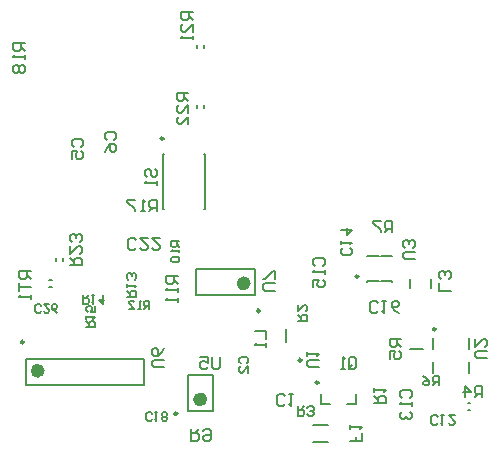
<source format=gbo>
%FSLAX25Y25*%
%MOIN*%
G70*
G01*
G75*
G04 Layer_Color=32896*
%ADD10O,0.00984X0.02559*%
%ADD11O,0.02559X0.00984*%
%ADD12R,0.17716X0.17716*%
%ADD13R,0.02953X0.03543*%
%ADD14R,0.05315X0.03740*%
%ADD15R,0.01575X0.01575*%
%ADD16R,0.00039X0.11811*%
%ADD17R,0.02559X0.06102*%
%ADD18R,0.03543X0.03937*%
%ADD19R,0.03937X0.01378*%
%ADD20R,0.02953X0.09449*%
%ADD21R,0.01969X0.02362*%
%ADD22R,0.02362X0.01969*%
%ADD23C,0.03937*%
%ADD24C,0.00787*%
%ADD25C,0.02000*%
%ADD26C,0.01969*%
%ADD27C,0.01181*%
%ADD28C,0.01000*%
%ADD29C,0.03937*%
%ADD30R,0.02913X0.03937*%
%ADD31R,0.03150X0.04724*%
%ADD32R,0.05079X0.19193*%
%ADD33R,0.03937X0.36142*%
%ADD34R,0.04764X1.00709*%
%ADD35R,0.15590X0.08583*%
%ADD36R,0.04764X0.12598*%
%ADD37R,0.05079X0.12598*%
%ADD38R,0.07992X0.01811*%
G04:AMPARAMS|DCode=39|XSize=18.11mil|YSize=66.44mil|CornerRadius=0mil|HoleSize=0mil|Usage=FLASHONLY|Rotation=124.500|XOffset=0mil|YOffset=0mil|HoleType=Round|Shape=Rectangle|*
%AMROTATEDRECTD39*
4,1,4,0.03251,0.01135,-0.02225,-0.02628,-0.03251,-0.01135,0.02225,0.02628,0.03251,0.01135,0.0*
%
%ADD39ROTATEDRECTD39*%

%ADD40R,0.03500X0.06000*%
%ADD41R,0.04000X0.03870*%
%ADD42R,0.04000X0.03709*%
%ADD43C,0.05906*%
%ADD44R,0.05906X0.05906*%
%ADD45C,0.11811*%
%ADD46C,0.02598*%
%ADD47C,0.03150*%
%ADD48R,0.02559X0.00984*%
%ADD49R,0.03150X0.05512*%
%ADD50R,0.02362X0.04528*%
%ADD51O,0.02362X0.07284*%
%ADD52R,0.03937X0.06496*%
%ADD53R,0.08268X0.05512*%
%ADD54O,0.00984X0.02362*%
%ADD55O,0.05118X0.01772*%
%ADD56R,0.01969X0.00984*%
%ADD57R,0.05118X0.03937*%
%ADD58O,0.02362X0.08071*%
%ADD59R,0.08071X0.03150*%
%ADD60R,0.03543X0.03150*%
%ADD61R,0.03937X0.05118*%
%ADD62R,0.03150X0.03543*%
%ADD63C,0.03150*%
%ADD64C,0.01575*%
%ADD65C,0.00984*%
%ADD66C,0.11811*%
%ADD67C,0.02362*%
D24*
X457697Y298110D02*
Y298307D01*
X461437D01*
X462224D02*
X465965D01*
Y298110D02*
Y298307D01*
Y306575D02*
Y306772D01*
X462224Y306575D02*
X465965D01*
X457697D02*
X461437D01*
X457697D02*
Y306772D01*
X442095Y257244D02*
Y260787D01*
Y257244D02*
X445244D01*
X453905D02*
Y260787D01*
X450756Y257244D02*
X453905D01*
X400658Y293571D02*
X420342D01*
X400658Y302429D02*
X420342D01*
Y293571D02*
Y302429D01*
X400658Y293571D02*
Y302429D01*
X439441Y244646D02*
X444559D01*
X439441Y250354D02*
X444559D01*
X491405Y279405D02*
X491504D01*
X491405Y275567D02*
Y279405D01*
Y267595D02*
Y271433D01*
Y267595D02*
X491504D01*
X479496D02*
X479595D01*
Y271433D01*
Y275567D02*
Y279405D01*
X479496D02*
X479595D01*
X397965Y254898D02*
Y267102D01*
X406035Y254898D02*
Y267102D01*
X397965Y254898D02*
X406035D01*
X397965Y267102D02*
X406035D01*
X471835Y275500D02*
X476165D01*
X383185Y263669D02*
Y272331D01*
X343815Y263669D02*
Y272331D01*
Y263669D02*
X383185D01*
X343815Y272331D02*
X383185D01*
X479004Y296063D02*
Y298819D01*
X471720Y296063D02*
Y298819D01*
X351606Y298681D02*
X352394D01*
X351606Y296319D02*
X352394D01*
X430500Y277835D02*
Y282165D01*
X491106Y255319D02*
X491894D01*
X491106Y257681D02*
X491894D01*
X400819Y376106D02*
Y376894D01*
X403181Y376106D02*
Y376894D01*
X403181Y356106D02*
Y356894D01*
X400819Y356106D02*
Y356894D01*
X356181Y305106D02*
Y305894D01*
X353819Y305106D02*
Y305894D01*
X389610Y340752D02*
X389709D01*
X389610Y330417D02*
Y340752D01*
Y322248D02*
Y332583D01*
Y322248D02*
X389709D01*
X403291D02*
X403390D01*
Y332583D01*
Y330417D02*
Y340752D01*
X403291D02*
X403390D01*
X473436Y305500D02*
X470156D01*
X469500Y306156D01*
Y307468D01*
X470156Y308124D01*
X473436D01*
X472780Y309436D02*
X473436Y310092D01*
Y311404D01*
X472780Y312060D01*
X472124D01*
X471468Y311404D01*
Y310748D01*
Y311404D01*
X470812Y312060D01*
X470156D01*
X469500Y311404D01*
Y310092D01*
X470156Y309436D01*
X451376Y269656D02*
Y272280D01*
X452032Y272936D01*
X453344D01*
X454000Y272280D01*
Y269656D01*
X453344Y269000D01*
X452032D01*
X452688Y270312D02*
X451376Y269000D01*
X452032D02*
X451376Y269656D01*
X450064Y269000D02*
X448752D01*
X449408D01*
Y272936D01*
X450064Y272280D01*
X426936Y295000D02*
X423656D01*
X423000Y295656D01*
Y296968D01*
X423656Y297624D01*
X426936D01*
Y298936D02*
Y301560D01*
X426280D01*
X423656Y298936D01*
X423000D01*
X455936Y247624D02*
Y245000D01*
X453968D01*
Y246312D01*
Y245000D01*
X452000D01*
Y248936D02*
Y250248D01*
Y249592D01*
X455936D01*
X455280Y248936D01*
X497436Y272500D02*
X494156D01*
X493500Y273156D01*
Y274468D01*
X494156Y275124D01*
X497436D01*
X493500Y279060D02*
Y276436D01*
X496124Y279060D01*
X496780D01*
X497436Y278404D01*
Y277092D01*
X496780Y276436D01*
X408500Y272936D02*
Y269656D01*
X407844Y269000D01*
X406532D01*
X405876Y269656D01*
Y272936D01*
X401940D02*
X404564D01*
Y270968D01*
X403252Y271624D01*
X402596D01*
X401940Y270968D01*
Y269656D01*
X402596Y269000D01*
X403908D01*
X404564Y269656D01*
X441436Y269500D02*
X438156D01*
X437500Y270156D01*
Y271468D01*
X438156Y272124D01*
X441436D01*
X437500Y273436D02*
Y274748D01*
Y274092D01*
X441436D01*
X440780Y273436D01*
X469000Y279000D02*
X465064D01*
Y277032D01*
X465720Y276376D01*
X467032D01*
X467688Y277032D01*
Y279000D01*
Y277688D02*
X469000Y276376D01*
X465064Y272440D02*
Y275064D01*
X467032D01*
X466376Y273752D01*
Y273096D01*
X467032Y272440D01*
X468344D01*
X469000Y273096D01*
Y274408D01*
X468344Y275064D01*
X389936Y269500D02*
X386656D01*
X386000Y270156D01*
Y271468D01*
X386656Y272124D01*
X389936D01*
Y276060D02*
X389280Y274748D01*
X387968Y273436D01*
X386656D01*
X386000Y274092D01*
Y275404D01*
X386656Y276060D01*
X387312D01*
X387968Y275404D01*
Y273436D01*
X485436Y295000D02*
X481500D01*
Y297624D01*
X484780Y298936D02*
X485436Y299592D01*
Y300904D01*
X484780Y301560D01*
X484124D01*
X483468Y300904D01*
Y300248D01*
Y300904D01*
X482812Y301560D01*
X482156D01*
X481500Y300904D01*
Y299592D01*
X482156Y298936D01*
X345500Y301500D02*
X341564D01*
Y299532D01*
X342220Y298876D01*
X343532D01*
X344188Y299532D01*
Y301500D01*
Y300188D02*
X345500Y298876D01*
X341564Y297564D02*
Y294940D01*
Y296252D01*
X345500D01*
Y293629D02*
Y292317D01*
Y292973D01*
X341564D01*
X342220Y293629D01*
X430124Y257220D02*
X429468Y256564D01*
X428156D01*
X427500Y257220D01*
Y259844D01*
X428156Y260500D01*
X429468D01*
X430124Y259844D01*
X431436Y260500D02*
X432748D01*
X432092D01*
Y256564D01*
X431436Y257220D01*
X415376Y270901D02*
X414851Y271426D01*
Y272475D01*
X415376Y273000D01*
X417475D01*
X418000Y272475D01*
Y271426D01*
X417475Y270901D01*
X418000Y267752D02*
Y269851D01*
X415901Y267752D01*
X415376D01*
X414851Y268277D01*
Y269327D01*
X415376Y269851D01*
X359720Y342876D02*
X359064Y343532D01*
Y344844D01*
X359720Y345500D01*
X362344D01*
X363000Y344844D01*
Y343532D01*
X362344Y342876D01*
X359064Y338940D02*
Y341564D01*
X361032D01*
X360376Y340252D01*
Y339596D01*
X361032Y338940D01*
X362344D01*
X363000Y339596D01*
Y340908D01*
X362344Y341564D01*
X370720Y345376D02*
X370064Y346032D01*
Y347344D01*
X370720Y348000D01*
X373344D01*
X374000Y347344D01*
Y346032D01*
X373344Y345376D01*
X370064Y341440D02*
X370720Y342752D01*
X372032Y344064D01*
X373344D01*
X374000Y343408D01*
Y342096D01*
X373344Y341440D01*
X372688D01*
X372032Y342096D01*
Y344064D01*
X481099Y250876D02*
X480574Y250351D01*
X479525D01*
X479000Y250876D01*
Y252975D01*
X479525Y253500D01*
X480574D01*
X481099Y252975D01*
X482149Y253500D02*
X483198D01*
X482673D01*
Y250351D01*
X482149Y250876D01*
X486871Y253500D02*
X484772D01*
X486871Y251401D01*
Y250876D01*
X486347Y250351D01*
X485297D01*
X484772Y250876D01*
X469220Y259376D02*
X468564Y260032D01*
Y261344D01*
X469220Y262000D01*
X471844D01*
X472500Y261344D01*
Y260032D01*
X471844Y259376D01*
X472500Y258064D02*
Y256752D01*
Y257408D01*
X468564D01*
X469220Y258064D01*
Y254784D02*
X468564Y254129D01*
Y252817D01*
X469220Y252161D01*
X469876D01*
X470532Y252817D01*
Y253473D01*
Y252817D01*
X471188Y252161D01*
X471844D01*
X472500Y252817D01*
Y254129D01*
X471844Y254784D01*
X451952Y309361D02*
X452542Y308771D01*
Y307590D01*
X451952Y307000D01*
X449590D01*
X449000Y307590D01*
Y308771D01*
X449590Y309361D01*
X449000Y310542D02*
Y311723D01*
Y311133D01*
X452542D01*
X451952Y310542D01*
X449000Y315265D02*
X452542D01*
X450771Y313494D01*
Y315855D01*
X440220Y303376D02*
X439564Y304032D01*
Y305344D01*
X440220Y306000D01*
X442844D01*
X443500Y305344D01*
Y304032D01*
X442844Y303376D01*
X443500Y302064D02*
Y300752D01*
Y301408D01*
X439564D01*
X440220Y302064D01*
X439564Y296161D02*
Y298784D01*
X441532D01*
X440876Y297473D01*
Y296817D01*
X441532Y296161D01*
X442844D01*
X443500Y296817D01*
Y298129D01*
X442844Y298784D01*
X461124Y288220D02*
X460468Y287564D01*
X459156D01*
X458500Y288220D01*
Y290844D01*
X459156Y291500D01*
X460468D01*
X461124Y290844D01*
X462436Y291500D02*
X463748D01*
X463092D01*
Y287564D01*
X462436Y288220D01*
X468339Y287564D02*
X467027Y288220D01*
X465716Y289532D01*
Y290844D01*
X466371Y291500D01*
X467683D01*
X468339Y290844D01*
Y290188D01*
X467683Y289532D01*
X465716D01*
X385837Y252204D02*
X385378Y251745D01*
X384459D01*
X384000Y252204D01*
Y254041D01*
X384459Y254500D01*
X385378D01*
X385837Y254041D01*
X386755Y254500D02*
X387673D01*
X387214D01*
Y251745D01*
X386755Y252204D01*
X389051D02*
X389510Y251745D01*
X390428D01*
X390888Y252204D01*
Y252663D01*
X390428Y253122D01*
X390888Y253582D01*
Y254041D01*
X390428Y254500D01*
X389510D01*
X389051Y254041D01*
Y253582D01*
X389510Y253122D01*
X389051Y252663D01*
Y252204D01*
X389510Y253122D02*
X390428D01*
X380624Y309220D02*
X379968Y308564D01*
X378656D01*
X378000Y309220D01*
Y311844D01*
X378656Y312500D01*
X379968D01*
X380624Y311844D01*
X384560Y312500D02*
X381936D01*
X384560Y309876D01*
Y309220D01*
X383904Y308564D01*
X382592D01*
X381936Y309220D01*
X388495Y312500D02*
X385872D01*
X388495Y309876D01*
Y309220D01*
X387839Y308564D01*
X386527D01*
X385872Y309220D01*
X348837Y288204D02*
X348377Y287745D01*
X347459D01*
X347000Y288204D01*
Y290041D01*
X347459Y290500D01*
X348377D01*
X348837Y290041D01*
X351592Y290500D02*
X349755D01*
X351592Y288663D01*
Y288204D01*
X351132Y287745D01*
X350214D01*
X349755Y288204D01*
X354347Y287745D02*
X353428Y288204D01*
X352510Y289123D01*
Y290041D01*
X352969Y290500D01*
X353888D01*
X354347Y290041D01*
Y289582D01*
X353888Y289123D01*
X352510D01*
X420064Y281500D02*
X424000D01*
Y278876D01*
Y277564D02*
Y276252D01*
Y276908D01*
X420064D01*
X420720Y277564D01*
X460000Y257500D02*
X463936D01*
Y259468D01*
X463280Y260124D01*
X461968D01*
X461312Y259468D01*
Y257500D01*
Y258812D02*
X460000Y260124D01*
Y261436D02*
Y262748D01*
Y262092D01*
X463936D01*
X463280Y261436D01*
X434500Y285000D02*
X437649D01*
Y286574D01*
X437124Y287099D01*
X436074D01*
X435549Y286574D01*
Y285000D01*
Y286050D02*
X434500Y287099D01*
Y290248D02*
Y288149D01*
X436599Y290248D01*
X437124D01*
X437649Y289723D01*
Y288673D01*
X437124Y288149D01*
X434500Y256500D02*
Y253351D01*
X436074D01*
X436599Y253876D01*
Y254926D01*
X436074Y255451D01*
X434500D01*
X435549D02*
X436599Y256500D01*
X437649Y253876D02*
X438173Y253351D01*
X439223D01*
X439748Y253876D01*
Y254401D01*
X439223Y254926D01*
X438698D01*
X439223D01*
X439748Y255451D01*
Y255975D01*
X439223Y256500D01*
X438173D01*
X437649Y255975D01*
X496000Y259500D02*
Y263436D01*
X494032D01*
X493376Y262780D01*
Y261468D01*
X494032Y260812D01*
X496000D01*
X494688D02*
X493376Y259500D01*
X490096D02*
Y263436D01*
X492064Y261468D01*
X489440D01*
X481500Y263500D02*
Y266649D01*
X479926D01*
X479401Y266124D01*
Y265074D01*
X479926Y264549D01*
X481500D01*
X480450D02*
X479401Y263500D01*
X476252Y266649D02*
X477302Y266124D01*
X478351Y265074D01*
Y264025D01*
X477827Y263500D01*
X476777D01*
X476252Y264025D01*
Y264549D01*
X476777Y265074D01*
X478351D01*
X466000Y314500D02*
Y318436D01*
X464032D01*
X463376Y317780D01*
Y316468D01*
X464032Y315812D01*
X466000D01*
X464688D02*
X463376Y314500D01*
X462064Y318436D02*
X459440D01*
Y317780D01*
X462064Y315156D01*
Y314500D01*
X399000Y249000D02*
Y245064D01*
X400968D01*
X401624Y245720D01*
Y247032D01*
X400968Y247688D01*
X399000D01*
X400312D02*
X401624Y249000D01*
X402936Y248344D02*
X403592Y249000D01*
X404904D01*
X405560Y248344D01*
Y245720D01*
X404904Y245064D01*
X403592D01*
X402936Y245720D01*
Y246376D01*
X403592Y247032D01*
X405560D01*
X395000Y311500D02*
X392245D01*
Y310122D01*
X392704Y309663D01*
X393622D01*
X394082Y310122D01*
Y311500D01*
Y310582D02*
X395000Y309663D01*
Y308745D02*
Y307827D01*
Y308286D01*
X392245D01*
X392704Y308745D01*
Y306449D02*
X392245Y305990D01*
Y305072D01*
X392704Y304612D01*
X394541D01*
X395000Y305072D01*
Y305990D01*
X394541Y306449D01*
X392704D01*
X394500Y300000D02*
X390564D01*
Y298032D01*
X391220Y297376D01*
X392532D01*
X393188Y298032D01*
Y300000D01*
Y298688D02*
X394500Y297376D01*
Y296064D02*
Y294752D01*
Y295408D01*
X390564D01*
X391220Y296064D01*
X394500Y292785D02*
Y291473D01*
Y292128D01*
X390564D01*
X391220Y292785D01*
X385000Y289000D02*
Y291755D01*
X383623D01*
X383163Y291296D01*
Y290377D01*
X383623Y289918D01*
X385000D01*
X384082D02*
X383163Y289000D01*
X382245D02*
X381327D01*
X381786D01*
Y291755D01*
X382245Y291296D01*
X378112Y289000D02*
X379949D01*
X378112Y290837D01*
Y291296D01*
X378572Y291755D01*
X379490D01*
X379949Y291296D01*
X377500Y293000D02*
X380649D01*
Y294574D01*
X380124Y295099D01*
X379074D01*
X378550Y294574D01*
Y293000D01*
Y294050D02*
X377500Y295099D01*
Y296149D02*
Y297198D01*
Y296673D01*
X380649D01*
X380124Y296149D01*
Y298772D02*
X380649Y299297D01*
Y300347D01*
X380124Y300871D01*
X379599D01*
X379074Y300347D01*
Y299822D01*
Y300347D01*
X378550Y300871D01*
X378025D01*
X377500Y300347D01*
Y299297D01*
X378025Y298772D01*
X363000Y293500D02*
Y290745D01*
X364377D01*
X364837Y291204D01*
Y292123D01*
X364377Y292582D01*
X363000D01*
X363918D02*
X364837Y293500D01*
X365755D02*
X366673D01*
X366214D01*
Y290745D01*
X365755Y291204D01*
X369428Y293500D02*
Y290745D01*
X368051Y292123D01*
X369888D01*
X364000Y283000D02*
X366755D01*
Y284378D01*
X366296Y284837D01*
X365377D01*
X364918Y284378D01*
Y283000D01*
Y283918D02*
X364000Y284837D01*
Y285755D02*
Y286673D01*
Y286214D01*
X366755D01*
X366296Y285755D01*
X366755Y289888D02*
Y288051D01*
X365377D01*
X365837Y288969D01*
Y289428D01*
X365377Y289888D01*
X364459D01*
X364000Y289428D01*
Y288510D01*
X364459Y288051D01*
X387500Y321500D02*
Y325436D01*
X385532D01*
X384876Y324780D01*
Y323468D01*
X385532Y322812D01*
X387500D01*
X386188D02*
X384876Y321500D01*
X383564D02*
X382252D01*
X382908D01*
Y325436D01*
X383564Y324780D01*
X380285Y325436D02*
X377661D01*
Y324780D01*
X380285Y322156D01*
Y321500D01*
X343500Y377500D02*
X339564D01*
Y375532D01*
X340220Y374876D01*
X341532D01*
X342188Y375532D01*
Y377500D01*
Y376188D02*
X343500Y374876D01*
Y373564D02*
Y372252D01*
Y372908D01*
X339564D01*
X340220Y373564D01*
Y370285D02*
X339564Y369629D01*
Y368317D01*
X340220Y367661D01*
X340876D01*
X341532Y368317D01*
X342188Y367661D01*
X342844D01*
X343500Y368317D01*
Y369629D01*
X342844Y370285D01*
X342188D01*
X341532Y369629D01*
X340876Y370285D01*
X340220D01*
X341532Y369629D02*
Y368317D01*
X399500Y388000D02*
X395564D01*
Y386032D01*
X396220Y385376D01*
X397532D01*
X398188Y386032D01*
Y388000D01*
Y386688D02*
X399500Y385376D01*
Y381440D02*
Y384064D01*
X396876Y381440D01*
X396220D01*
X395564Y382096D01*
Y383408D01*
X396220Y384064D01*
X399500Y380129D02*
Y378817D01*
Y379473D01*
X395564D01*
X396220Y380129D01*
X398000Y361000D02*
X394064D01*
Y359032D01*
X394720Y358376D01*
X396032D01*
X396688Y359032D01*
Y361000D01*
Y359688D02*
X398000Y358376D01*
Y354440D02*
Y357064D01*
X395376Y354440D01*
X394720D01*
X394064Y355096D01*
Y356408D01*
X394720Y357064D01*
X398000Y350505D02*
Y353129D01*
X395376Y350505D01*
X394720D01*
X394064Y351161D01*
Y352473D01*
X394720Y353129D01*
X358500Y303500D02*
X362436D01*
Y305468D01*
X361780Y306124D01*
X360468D01*
X359812Y305468D01*
Y303500D01*
Y304812D02*
X358500Y306124D01*
Y310060D02*
Y307436D01*
X361124Y310060D01*
X361780D01*
X362436Y309404D01*
Y308092D01*
X361780Y307436D01*
Y311371D02*
X362436Y312027D01*
Y313339D01*
X361780Y313995D01*
X361124D01*
X360468Y313339D01*
Y312683D01*
Y313339D01*
X359812Y313995D01*
X359156D01*
X358500Y313339D01*
Y312027D01*
X359156Y311371D01*
X384220Y332876D02*
X383564Y333532D01*
Y334844D01*
X384220Y335500D01*
X384876D01*
X385532Y334844D01*
Y333532D01*
X386188Y332876D01*
X386844D01*
X387500Y333532D01*
Y334844D01*
X386844Y335500D01*
X387500Y331564D02*
Y330252D01*
Y330908D01*
X383564D01*
X384220Y331564D01*
D65*
X454646Y299882D02*
G03*
X454646Y299882I-492J0D01*
G01*
X441405Y264429D02*
G03*
X441405Y264429I-492J0D01*
G01*
X421839Y288354D02*
G03*
X421839Y288354I-492J0D01*
G01*
X480480Y282260D02*
G03*
X480480Y282260I-492J0D01*
G01*
X394323Y254110D02*
G03*
X394323Y254110I-492J0D01*
G01*
X435748Y271969D02*
G03*
X435748Y271969I-492J0D01*
G01*
X343146Y277941D02*
G03*
X343146Y277941I-492J0D01*
G01*
X389709Y345772D02*
G03*
X389709Y345772I-492J0D01*
G01*
D67*
X417587Y297508D02*
G03*
X417587Y297508I-1181J0D01*
G01*
X403083Y258835D02*
G03*
X403083Y258835I-1181J0D01*
G01*
X348933Y268394D02*
G03*
X348933Y268394I-1181J0D01*
G01*
M02*

</source>
